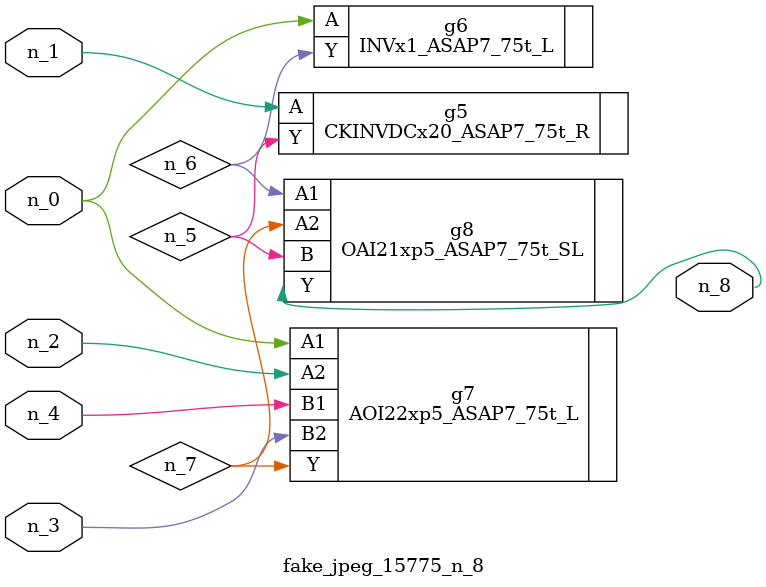
<source format=v>
module fake_jpeg_15775_n_8 (n_3, n_2, n_1, n_0, n_4, n_8);

input n_3;
input n_2;
input n_1;
input n_0;
input n_4;

output n_8;

wire n_6;
wire n_5;
wire n_7;

CKINVDCx20_ASAP7_75t_R g5 ( 
.A(n_1),
.Y(n_5)
);

INVx1_ASAP7_75t_L g6 ( 
.A(n_0),
.Y(n_6)
);

AOI22xp5_ASAP7_75t_L g7 ( 
.A1(n_0),
.A2(n_2),
.B1(n_4),
.B2(n_3),
.Y(n_7)
);

OAI21xp5_ASAP7_75t_SL g8 ( 
.A1(n_6),
.A2(n_7),
.B(n_5),
.Y(n_8)
);


endmodule
</source>
